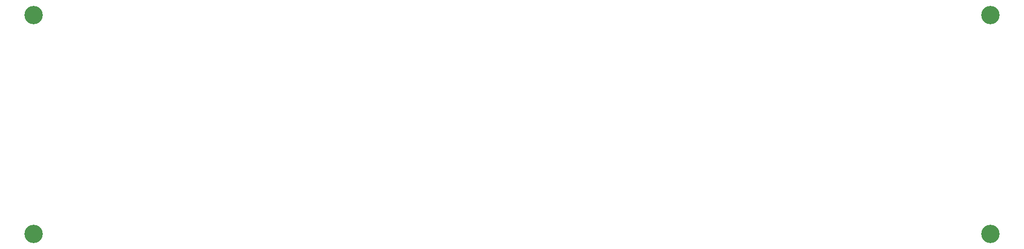
<source format=gbr>
%TF.GenerationSoftware,KiCad,Pcbnew,5.0.2-bee76a0~70~ubuntu18.04.1*%
%TF.CreationDate,2019-05-10T17:39:30+10:00*%
%TF.ProjectId,busboard,62757362-6f61-4726-942e-6b696361645f,rev?*%
%TF.SameCoordinates,Original*%
%TF.FileFunction,NonPlated,1,2,NPTH,Drill*%
%TF.FilePolarity,Positive*%
%FSLAX46Y46*%
G04 Gerber Fmt 4.6, Leading zero omitted, Abs format (unit mm)*
G04 Created by KiCad (PCBNEW 5.0.2-bee76a0~70~ubuntu18.04.1) date Fri 10 May 2019 17:39:30 AEST*
%MOMM*%
%LPD*%
G01*
G04 APERTURE LIST*
%TA.AperFunction,ComponentDrill*%
%ADD10C,3.200000*%
%TD*%
G04 APERTURE END LIST*
D10*
%TO.C,REF\002A\002A*%
X200660000Y-82550000D03*
X34290000Y-44450000D03*
X200660000Y-44450000D03*
X34290000Y-82550000D03*
M02*

</source>
